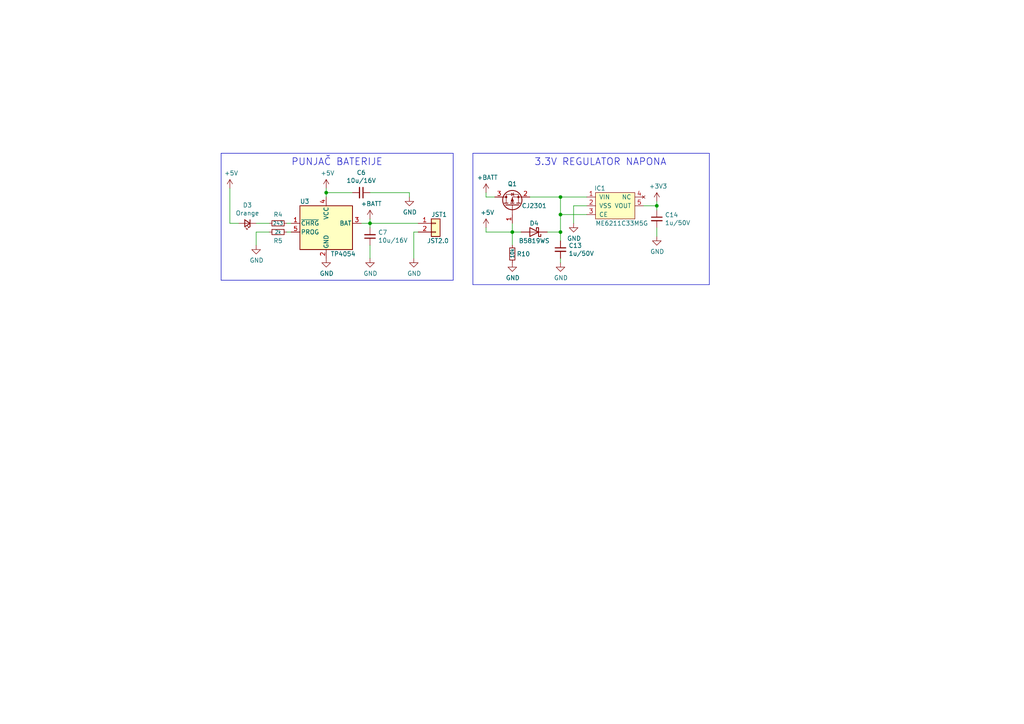
<source format=kicad_sch>
(kicad_sch (version 20230121) (generator eeschema)
  (paper "A4")
  (title_block (title "ESP32IoTPlatform") (date "2022-02-09") (rev "v4r1") (company "TVZ"))
  (lib_symbols
    (symbol "Battery_Management:LTC4054ES5-4.2" (pin_names (offset 0.254))
      (property "Reference" "U" (at -5.842 6.604 0))
      (property "Value" "LTC4054ES5-4.2" (at 1.524 6.604 0))
      (symbol "LTC4054ES5-4.2_0_1"
        (rectangle (start -7.62 5.08) (end 7.62 -7.62) (stroke (width 0.254)) (fill (type background)))
      )
      (symbol "LTC4054ES5-4.2_1_1"
        (pin open_collector line (at -10.16 0 0) (length 2.54) (name "~{CHRG}") (number "1"))
        (pin power_in line (at 0 -10.16 90) (length 2.54) (name "GND") (number "2"))
        (pin power_out line (at 10.16 0 180) (length 2.54) (name "BAT") (number "3"))
        (pin power_in line (at 0 7.62 270) (length 2.54) (name "VCC") (number "4"))
        (pin bidirectional line (at -10.16 -2.54 0) (length 2.54) (name "PROG") (number "5"))
      )
    )
    (symbol "Connector_Generic:Conn_01x02" (pin_names (offset 1.016) hide)
      (property "Reference" "J" (at 0 2.54 0))
      (property "Value" "Conn_01x02" (at 0 -5.08 0))
      (symbol "Conn_01x02_1_1"
        (rectangle (start -1.27 -2.413) (end 0 -2.667) (stroke (width 0.1524)))
        (rectangle (start -1.27 0.127) (end 0 -0.127) (stroke (width 0.1524)))
        (rectangle (start -1.27 1.27) (end 1.27 -3.81) (stroke (width 0.254)) (fill (type background)))
        (pin passive line (at -5.08 0 0) (length 3.81) (name "Pin_1") (number "1"))
        (pin passive line (at -5.08 -2.54 0) (length 3.81) (name "Pin_2") (number "2"))
      )
    )
    (symbol "Device:C_Small" (pin_numbers hide) (pin_names (offset 0.254) hide)
      (property "Reference" "C" (at 0.254 1.778 0))
      (property "Value" "C_Small" (at 0.254 -2.032 0))
      (symbol "C_Small_0_1"
        (polyline (pts (xy -1.524 -0.508) (xy 1.524 -0.508)) (stroke (width 0.3302)))
        (polyline (pts (xy -1.524 0.508) (xy 1.524 0.508)) (stroke (width 0.3048)))
      )
      (symbol "C_Small_1_1"
        (pin passive line (at 0 2.54 270) (length 2.032) (name "~") (number "1"))
        (pin passive line (at 0 -2.54 90) (length 2.032) (name "~") (number "2"))
      )
    )
    (symbol "Device:LED_Small" (pin_numbers hide) (pin_names (offset 0.254) hide)
      (property "Reference" "D" (at -1.27 3.175 0))
      (property "Value" "LED_Small" (at -4.445 -2.54 0))
      (symbol "LED_Small_0_1"
        (polyline (pts (xy -0.762 -1.016) (xy -0.762 1.016)) (stroke (width 0.254)))
        (polyline (pts (xy 1.016 0) (xy -0.762 0)))
        (polyline (pts (xy 0.762 -1.016) (xy -0.762 0) (xy 0.762 1.016) (xy 0.762 -1.016)) (stroke (width 0.254)))
        (polyline (pts (xy 0 0.762) (xy -0.508 1.27) (xy -0.254 1.27) (xy -0.508 1.27) (xy -0.508 1.016)))
        (polyline (pts (xy 0.508 1.27) (xy 0 1.778) (xy 0.254 1.778) (xy 0 1.778) (xy 0 1.524)))
      )
      (symbol "LED_Small_1_1"
        (pin passive line (at -2.54 0 0) (length 1.778) (name "K") (number "1"))
        (pin passive line (at 2.54 0 180) (length 1.778) (name "A") (number "2"))
      )
    )
    (symbol "Device:R_Small" (pin_numbers hide) (pin_names (offset 0.254) hide)
      (property "Reference" "R" (at 0.762 0.508 0))
      (property "Value" "R_Small" (at 0.762 -1.016 0))
      (symbol "R_Small_0_1"
        (rectangle (start -0.762 1.778) (end 0.762 -1.778) (stroke (width 0.2032)))
      )
      (symbol "R_Small_1_1"
        (pin passive line (at 0 2.54 270) (length 0.762) (name "~") (number "1"))
        (pin passive line (at 0 -2.54 90) (length 0.762) (name "~") (number "2"))
      )
    )
    (symbol "Diode:1N5819" (pin_numbers hide) (pin_names (offset 1.016) hide)
      (property "Reference" "D" (at 0 2.54 0))
      (property "Value" "1N5819" (at 0 -2.54 0))
      (symbol "1N5819_0_1"
        (polyline (pts (xy 1.27 0) (xy -1.27 0)))
        (polyline (pts (xy 1.27 1.27) (xy 1.27 -1.27) (xy -1.27 0) (xy 1.27 1.27)) (stroke (width 0.254)))
        (polyline (pts (xy -1.905 0.635) (xy -1.905 1.27) (xy -1.27 1.27) (xy -1.27 -1.27) (xy -0.635 -1.27) (xy -0.635 -0.635)) (stroke (width 0.254)))
      )
      (symbol "1N5819_1_1"
        (pin passive line (at -3.81 0 0) (length 2.54) (name "K") (number "1"))
        (pin passive line (at 3.81 0 180) (length 2.54) (name "A") (number "2"))
      )
    )
    (symbol "ESP32IoTPlatform_simboli:ME6211C33M5G" (pin_names (offset 1.016))
      (property "Reference" "IC" (at 0 0 0))
      (property "Value" "ME6211C33M5G" (at 0 0 0))
      (symbol "ME6211C33M5G_0_1"
        (rectangle (start -5.08 10.16) (end 6.35 2.54) (fill (type background)))
      )
      (symbol "ME6211C33M5G_1_1"
        (pin passive line (at -7.62 8.89 0) (length 2.54) (name "VIN") (number "1"))
        (pin passive line (at -7.62 6.35 0) (length 2.54) (name "VSS") (number "2"))
        (pin passive line (at -7.62 3.81 0) (length 2.54) (name "CE") (number "3"))
        (pin no_connect line (at 8.89 8.89 180) (length 2.54) (name "NC") (number "4"))
        (pin passive line (at 8.89 6.35 180) (length 2.54) (name "VOUT") (number "5"))
      )
    )
    (symbol "Transistor_FET:Si2319CDS" (pin_names hide)
      (property "Reference" "Q" (at 5.08 1.905 0))
      (property "Value" "Si2319CDS" (at 5.08 0 0))
      (symbol "Si2319CDS_0_1"
        (polyline (pts (xy 0.254 0) (xy -2.54 0)))
        (polyline (pts (xy 0.254 1.905) (xy 0.254 -1.905)) (stroke (width 0.254)))
        (polyline (pts (xy 0.762 -1.27) (xy 0.762 -2.286)) (stroke (width 0.254)))
        (polyline (pts (xy 0.762 0.508) (xy 0.762 -0.508)) (stroke (width 0.254)))
        (polyline (pts (xy 0.762 2.286) (xy 0.762 1.27)) (stroke (width 0.254)))
        (polyline (pts (xy 2.54 2.54) (xy 2.54 1.778)))
        (polyline (pts (xy 2.54 -2.54) (xy 2.54 0) (xy 0.762 0)))
        (polyline (pts (xy 0.762 1.778) (xy 3.302 1.778) (xy 3.302 -1.778) (xy 0.762 -1.778)))
        (polyline (pts (xy 2.286 0) (xy 1.27 0.381) (xy 1.27 -0.381) (xy 2.286 0)) (fill (type outline)))
        (polyline (pts (xy 2.794 -0.508) (xy 2.921 -0.381) (xy 3.683 -0.381) (xy 3.81 -0.254)))
        (polyline (pts (xy 3.302 -0.381) (xy 2.921 0.254) (xy 3.683 0.254) (xy 3.302 -0.381)))
        (circle (center 1.651 0) (radius 2.794) (stroke (width 0.254)))
        (circle (center 2.54 -1.778) (radius 0.254) (fill (type outline)))
        (circle (center 2.54 1.778) (radius 0.254) (fill (type outline)))
      )
      (symbol "Si2319CDS_1_1"
        (pin input line (at -5.08 0 0) (length 2.54) (name "G") (number "1"))
        (pin passive line (at 2.54 -5.08 90) (length 2.54) (name "S") (number "2"))
        (pin passive line (at 2.54 5.08 270) (length 2.54) (name "D") (number "3"))
      )
    )
    (symbol "power:+3V3" (power) (pin_names (offset 0))
      (property "Value" "+3V3" (at 0 3.556 0))
      (symbol "+3V3_0_1"
        (polyline (pts (xy -0.762 1.27) (xy 0 2.54)))
        (polyline (pts (xy 0 0) (xy 0 2.54)))
        (polyline (pts (xy 0 2.54) (xy 0.762 1.27)))
      )
      (symbol "+3V3_1_1"
        (pin power_in line (at 0 0 90) (length 0) hide (name "+3V3") (number "1"))
      )
    )
    (symbol "power:+5V" (power) (pin_names (offset 0))
      (property "Value" "+5V" (at 0 3.556 0))
      (symbol "+5V_0_1"
        (polyline (pts (xy -0.762 1.27) (xy 0 2.54)))
        (polyline (pts (xy 0 0) (xy 0 2.54)))
        (polyline (pts (xy 0 2.54) (xy 0.762 1.27)))
      )
      (symbol "+5V_1_1"
        (pin power_in line (at 0 0 90) (length 0) hide (name "+5V") (number "1"))
      )
    )
    (symbol "power:+BATT" (power) (pin_names (offset 0))
      (property "Value" "+BATT" (at 0 3.556 0))
      (symbol "+BATT_0_1"
        (polyline (pts (xy -0.762 1.27) (xy 0 2.54)))
        (polyline (pts (xy 0 0) (xy 0 2.54)))
        (polyline (pts (xy 0 2.54) (xy 0.762 1.27)))
      )
      (symbol "+BATT_1_1"
        (pin power_in line (at 0 0 90) (length 0) hide (name "+BATT") (number "1"))
      )
    )
    (symbol "power:GND" (power) (pin_names (offset 0))
      (property "Value" "GND" (at 0 -3.81 0))
      (symbol "GND_0_1"
        (polyline (pts (xy 0 0) (xy 0 -1.27) (xy 1.27 -1.27) (xy 0 -2.54) (xy -1.27 -1.27) (xy 0 -1.27)))
      )
      (symbol "GND_1_1"
        (pin power_in line (at 0 0 270) (length 0) hide (name "GND") (number "1"))
      )
    )
  )
  (junction (at 148.59 67.31))
  (junction (at 162.56 62.23))
  (junction (at 190.5 59.69))
  (junction (at 107.315 64.77))
  (junction (at 94.615 55.88))
  (junction (at 162.56 67.31))
  (junction (at 162.56 57.15))
  (wire (pts (xy 162.56 69.85) (xy 162.56 67.31)))
  (wire (pts (xy 143.51 57.15) (xy 140.97 57.15)))
  (polyline (pts (xy 131.445 44.45) (xy 64.135 44.45)))
  (wire (pts (xy 66.675 54.61) (xy 66.675 64.77)))
  (polyline (pts (xy 64.135 81.28) (xy 131.445 81.28)))
  (polyline (pts (xy 137.16 44.45) (xy 137.16 82.55)))
  (wire (pts (xy 102.235 55.88) (xy 94.615 55.88)))
  (wire (pts (xy 83.185 67.31) (xy 84.455 67.31)))
  (wire (pts (xy 94.615 54.61) (xy 94.615 55.88)))
  (wire (pts (xy 140.97 67.31) (xy 148.59 67.31)))
  (wire (pts (xy 190.5 59.69) (xy 190.5 60.96)))
  (wire (pts (xy 107.315 55.88) (xy 118.745 55.88)))
  (wire (pts (xy 162.56 67.31) (xy 162.56 62.23)))
  (wire (pts (xy 162.56 57.15) (xy 153.67 57.15)))
  (polyline (pts (xy 137.16 82.55) (xy 205.74 82.55)))
  (wire (pts (xy 104.775 64.77) (xy 107.315 64.77)))
  (wire (pts (xy 107.315 74.93) (xy 107.315 71.12)))
  (wire (pts (xy 162.56 76.2) (xy 162.56 74.93)))
  (wire (pts (xy 78.105 67.31) (xy 74.295 67.31)))
  (wire (pts (xy 148.59 67.31) (xy 148.59 64.77)))
  (wire (pts (xy 190.5 68.58) (xy 190.5 66.04)))
  (wire (pts (xy 190.5 58.42) (xy 190.5 59.69)))
  (wire (pts (xy 140.97 57.15) (xy 140.97 55.88)))
  (wire (pts (xy 162.56 67.31) (xy 158.75 67.31)))
  (wire (pts (xy 118.745 57.15) (xy 118.745 55.88)))
  (wire (pts (xy 166.37 59.69) (xy 170.18 59.69)))
  (wire (pts (xy 140.97 66.04) (xy 140.97 67.31)))
  (wire (pts (xy 170.18 57.15) (xy 162.56 57.15)))
  (wire (pts (xy 94.615 55.88) (xy 94.615 57.15)))
  (wire (pts (xy 148.59 67.31) (xy 148.59 71.12)))
  (wire (pts (xy 120.015 67.31) (xy 121.285 67.31)))
  (wire (pts (xy 107.315 64.77) (xy 121.285 64.77)))
  (wire (pts (xy 107.315 63.5) (xy 107.315 64.77)))
  (wire (pts (xy 166.37 59.69) (xy 166.37 64.77)))
  (polyline (pts (xy 205.74 44.45) (xy 137.16 44.45)))
  (wire (pts (xy 120.015 67.31) (xy 120.015 74.93)))
  (polyline (pts (xy 131.445 81.28) (xy 131.445 44.45)))
  (polyline (pts (xy 205.74 82.55) (xy 205.74 44.45)))
  (wire (pts (xy 84.455 64.77) (xy 83.185 64.77)))
  (wire (pts (xy 78.105 64.77) (xy 74.295 64.77)))
  (wire (pts (xy 107.315 64.77) (xy 107.315 66.04)))
  (wire (pts (xy 151.13 67.31) (xy 148.59 67.31)))
  (wire (pts (xy 74.295 67.31) (xy 74.295 71.12)))
  (polyline (pts (xy 64.135 44.45) (xy 64.135 81.28)))
  (wire (pts (xy 66.675 64.77) (xy 69.215 64.77)))
  (wire (pts (xy 186.69 59.69) (xy 190.5 59.69)))
  (wire (pts (xy 170.18 62.23) (xy 162.56 62.23)))
  (wire (pts (xy 162.56 62.23) (xy 162.56 57.15)))
  (text "3.3V REGULATOR NAPONA" (at 154.94 48.26 0) (effects (font (size 2.0066 2.0066)) (justify left bottom)))
  (text "PUNJAČ BATERIJE" (at 84.455 48.26 0) (effects (font (size 2.0066 2.0066)) (justify left bottom)))
  (symbol (lib_id "Device:C_Small") (at 107.315 68.58 180) (unit 1)
    (property "Reference" "C7" (at 109.6518 67.4116 0) (effects (justify right)))
    (property "Value" "10u/16V" (at 109.6518 69.723 0) (effects (justify right)))
    (property "Footprint" "Capacitor_SMD:C_0805_2012Metric" (effects hide))
  )
  (symbol (lib_id "power:GND") (at 107.315 74.93 0) (unit 1)
    (property "Reference" "#PWR0107" (effects hide))
    (property "Value" "GND" (at 107.442 79.3242 0))
  )
  (symbol (lib_id "Device:C_Small") (at 190.5 63.5 0) (unit 1)
    (property "Reference" "C14" (at 192.8368 62.3316 0) (effects (justify left)))
    (property "Value" "1u/50V" (at 192.8368 64.643 0) (effects (justify left)))
    (property "Footprint" "Capacitor_SMD:C_0805_2012Metric" (effects hide))
  )
  (symbol (lib_id "power:GND") (at 148.59 76.2 0) (unit 1)
    (property "Reference" "#PWR0112" (effects hide))
    (property "Value" "GND" (at 148.717 80.5942 0))
  )
  (symbol (lib_id "Connector_Generic:Conn_01x02") (at 126.365 64.77 0) (unit 1)
    (property "Reference" "JST1" (at 125.095 62.23 0) (effects (justify left)))
    (property "Value" "JST2.0" (at 123.825 69.85 0) (effects (justify left)))
    (property "Footprint" "ESP32IoTPlatform:A2001WR-S-2P_JST2.0" (effects hide))
  )
  (symbol (lib_id "power:+5V") (at 140.97 66.04 0) (unit 1)
    (property "Reference" "#PWR0114" (effects hide))
    (property "Value" "+5V" (at 141.351 61.6458 0))
  )
  (symbol (lib_id "Transistor_FET:Si2319CDS") (at 148.59 59.69 90) (unit 1)
    (property "Reference" "Q1" (at 148.59 53.34 90))
    (property "Value" "CJ2301" (at 154.94 59.69 90))
    (property "Footprint" "Package_TO_SOT_SMD:SOT-23" (effects hide))
    (property "Datasheet" "http://www.vishay.com/docs/66709/si2319cd.pdf" (effects hide))
  )
  (symbol (lib_id "power:GND") (at 190.5 68.58 0) (unit 1)
    (property "Reference" "#PWR0115" (effects hide))
    (property "Value" "GND" (at 190.627 72.9742 0))
  )
  (symbol (lib_id "Device:C_Small") (at 104.775 55.88 270) (unit 1)
    (property "Reference" "C6" (at 104.775 50.0634 90))
    (property "Value" "10u/16V" (at 104.775 52.3748 90))
    (property "Footprint" "Capacitor_SMD:C_0805_2012Metric" (effects hide))
  )
  (symbol (lib_id "power:+3V3") (at 190.5 58.42 0) (unit 1)
    (property "Reference" "#PWR0116" (effects hide))
    (property "Value" "+3V3" (at 190.881 54.0258 0))
  )
  (symbol (lib_id "power:+BATT") (at 107.315 63.5 0) (unit 1)
    (property "Reference" "#PWR0109" (effects hide))
    (property "Value" "+BATT" (at 107.696 59.1058 0))
  )
  (symbol (lib_id "power:GND") (at 120.015 74.93 0) (unit 1)
    (property "Reference" "#PWR0105" (effects hide))
    (property "Value" "GND" (at 120.142 79.3242 0))
  )
  (symbol (lib_id "power:+BATT") (at 140.97 55.88 0) (unit 1)
    (property "Reference" "#PWR0113" (effects hide))
    (property "Value" "+BATT" (at 141.351 51.4858 0))
  )
  (symbol (lib_id "power:GND") (at 94.615 74.93 0) (unit 1)
    (property "Reference" "#PWR0108" (effects hide))
    (property "Value" "GND" (at 94.742 79.3242 0))
  )
  (symbol (lib_id "Battery_Management:LTC4054ES5-4.2") (at 94.615 64.77 0) (unit 1)
    (property "Reference" "U3" (at 86.995 58.42 0) (effects (justify left)))
    (property "Value" "TP4054" (at 95.885 73.66 0) (effects (justify left)))
    (property "Footprint" "Package_TO_SOT_SMD:TSOT-23-5" (effects hide))
    (property "Datasheet" "https://www.analog.com/media/en/technical-documentation/data-sheets/405442xf.pdf" (effects hide))
  )
  (symbol (lib_id "power:+5V") (at 66.675 54.61 0) (unit 1)
    (property "Reference" "#PWR0104" (effects hide))
    (property "Value" "+5V" (at 67.056 50.2158 0))
  )
  (symbol (lib_id "Device:C_Small") (at 162.56 72.39 0) (unit 1)
    (property "Reference" "C13" (at 164.8968 71.2216 0) (effects (justify left)))
    (property "Value" "1u/50V" (at 164.8968 73.533 0) (effects (justify left)))
    (property "Footprint" "Capacitor_SMD:C_0805_2012Metric" (effects hide))
  )
  (symbol (lib_id "Device:LED_Small") (at 71.755 64.77 180) (unit 1)
    (property "Reference" "D3" (at 71.755 59.5122 0))
    (property "Value" "Orange" (at 71.755 61.8236 0))
    (property "Footprint" "LED_SMD:LED_0805_2012Metric" (effects hide))
  )
  (symbol (lib_id "power:GND") (at 74.295 71.12 0) (unit 1)
    (property "Reference" "#PWR0106" (effects hide))
    (property "Value" "GND" (at 74.422 75.5142 0))
  )
  (symbol (lib_id "power:GND") (at 118.745 57.15 0) (unit 1)
    (property "Reference" "#PWR0110" (effects hide))
    (property "Value" "GND" (at 118.872 61.5442 0))
  )
  (symbol (lib_id "power:+5V") (at 94.615 54.61 0) (unit 1)
    (property "Reference" "#PWR0111" (effects hide))
    (property "Value" "+5V" (at 94.996 50.2158 0))
  )
  (symbol (lib_id "Device:R_Small") (at 80.645 64.77 270) (unit 1)
    (property "Reference" "R4" (at 80.645 62.23 90))
    (property "Value" "243" (at 80.645 64.77 90) (effects (font (size 1 1))))
    (property "Footprint" "Resistor_SMD:R_0805_2012Metric" (effects hide))
  )
  (symbol (lib_id "power:GND") (at 166.37 64.77 0) (unit 1)
    (property "Reference" "#PWR0118" (effects hide))
    (property "Value" "GND" (at 166.497 69.1642 0))
  )
  (symbol (lib_id "power:GND") (at 162.56 76.2 0) (unit 1)
    (property "Reference" "#PWR0117" (effects hide))
    (property "Value" "GND" (at 162.687 80.5942 0))
  )
  (symbol (lib_id "Device:R_Small") (at 80.645 67.31 270) (unit 1)
    (property "Reference" "R5" (at 80.645 69.85 90))
    (property "Value" "2k" (at 80.645 67.31 90) (effects (font (size 1 1))))
    (property "Footprint" "Resistor_SMD:R_0805_2012Metric" (effects hide))
  )
  (symbol (lib_id "Device:R_Small") (at 148.59 73.66 180) (unit 1)
    (property "Reference" "R10" (at 149.86 73.66 0) (effects (justify right)))
    (property "Value" "10k" (at 148.59 74.93 90) (effects (font (size 1 1)) (justify right)))
    (property "Footprint" "Resistor_SMD:R_0805_2012Metric" (effects hide))
  )
  (symbol (lib_id "ESP32IoTPlatform_simboli:ME6211C33M5G") (at 177.8 66.04 0) (unit 1)
    (property "Reference" "IC1" (at 173.99 54.61 0))
    (property "Value" "ME6211C33M5G" (at 180.34 64.77 0))
    (property "Footprint" "Package_TO_SOT_SMD:SOT-23-5" (effects hide))
  )
  (symbol (lib_id "Diode:1N5819") (at 154.94 67.31 180) (unit 1)
    (property "Reference" "D4" (at 154.94 64.77 0))
    (property "Value" "B5819WS" (at 154.94 69.85 0))
    (property "Footprint" "Diode_SMD:D_SOD-323" (effects hide))
    (property "Datasheet" "http://www.vishay.com/docs/88525/1n5817.pdf" (effects hide))
  )
)
</source>
